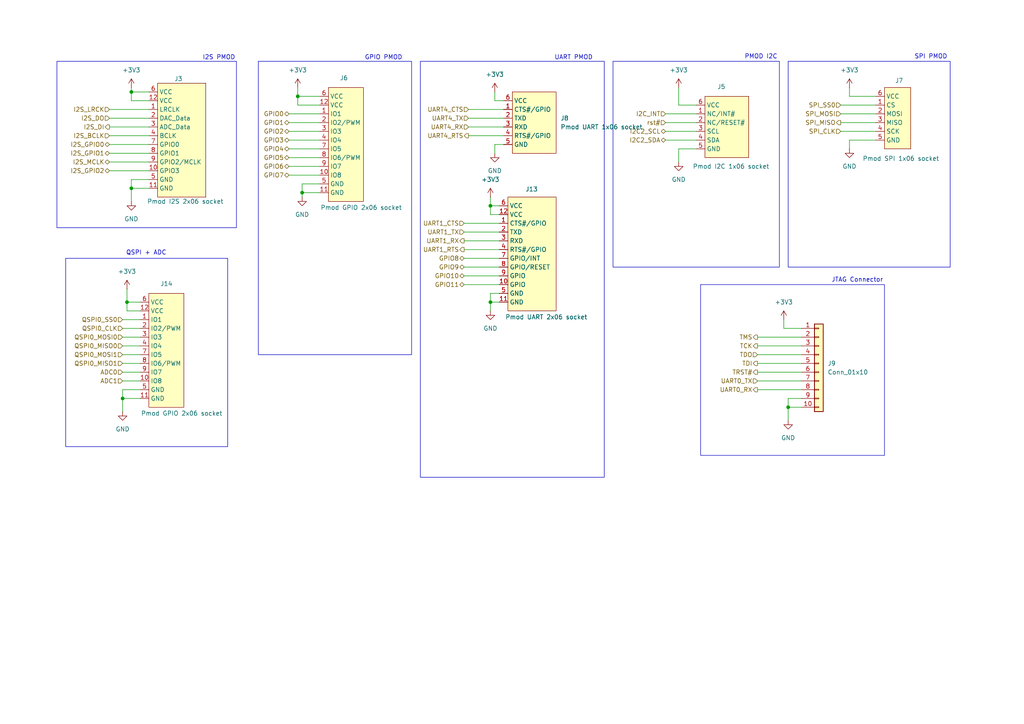
<source format=kicad_sch>
(kicad_sch (version 20250114) (generator "eeschema") (generator_version "9.0")
  (paper "A4")
  (lib_symbols
    (symbol "Connector_Generic:Conn_01x10" (pin_names (offset 1.016) (hide yes))
      (property "Reference" "J" (at 0 12.7 0))
      (property "Value" "Conn_01x10" (at 0 -15.24 0))
      (symbol "Conn_01x10_1_1"
        (rectangle (start -1.27 11.43) (end 1.27 -13.97) (stroke (width 0.254)) (fill (type background)))
        (rectangle (start -1.27 10.287) (end 0 10.033) (stroke (width 0.1524)))
        (rectangle (start -1.27 7.747) (end 0 7.493) (stroke (width 0.1524)))
        (rectangle (start -1.27 5.207) (end 0 4.953) (stroke (width 0.1524)))
        (rectangle (start -1.27 2.667) (end 0 2.413) (stroke (width 0.1524)))
        (rectangle (start -1.27 0.127) (end 0 -0.127) (stroke (width 0.1524)))
        (rectangle (start -1.27 -2.413) (end 0 -2.667) (stroke (width 0.1524)))
        (rectangle (start -1.27 -4.953) (end 0 -5.207) (stroke (width 0.1524)))
        (rectangle (start -1.27 -7.493) (end 0 -7.747) (stroke (width 0.1524)))
        (rectangle (start -1.27 -10.033) (end 0 -10.287) (stroke (width 0.1524)))
        (rectangle (start -1.27 -12.573) (end 0 -12.827) (stroke (width 0.1524)))
        (pin passive line (at -5.08 10.16 0) (length 3.81) (name "Pin_1") (number "1"))
        (pin passive line (at -5.08 7.62 0) (length 3.81) (name "Pin_2") (number "2"))
        (pin passive line (at -5.08 5.08 0) (length 3.81) (name "Pin_3") (number "3"))
        (pin passive line (at -5.08 2.54 0) (length 3.81) (name "Pin_4") (number "4"))
        (pin passive line (at -5.08 0 0) (length 3.81) (name "Pin_5") (number "5"))
        (pin passive line (at -5.08 -2.54 0) (length 3.81) (name "Pin_6") (number "6"))
        (pin passive line (at -5.08 -5.08 0) (length 3.81) (name "Pin_7") (number "7"))
        (pin passive line (at -5.08 -7.62 0) (length 3.81) (name "Pin_8") (number "8"))
        (pin passive line (at -5.08 -10.16 0) (length 3.81) (name "Pin_9") (number "9"))
        (pin passive line (at -5.08 -12.7 0) (length 3.81) (name "Pin_10") (number "10"))
      )
    )
    (symbol "cotti_pmod:pmod_gpio_2x06_socket"
      (property "Reference" "J" (at 1.016 1.27 0))
      (property "Value" "Pmod GPIO 2x06 socket" (at 4.064 -34.29 0))
      (symbol "pmod_gpio_2x06_socket_1_1"
        (rectangle (start 0 0) (end 10.16 -33.02) (fill (type background)))
        (pin power_in line (at -2.54 -2.54 0) (length 2.54) (name "VCC") (number "6"))
        (pin power_in line (at -2.54 -5.08 0) (length 2.54) (name "VCC") (number "12"))
        (pin bidirectional line (at -2.54 -7.62 0) (length 2.54) (name "IO1") (number "1"))
        (pin bidirectional line (at -2.54 -10.16 0) (length 2.54) (name "IO2/PWM") (number "2"))
        (pin bidirectional line (at -2.54 -12.7 0) (length 2.54) (name "IO3") (number "3"))
        (pin bidirectional line (at -2.54 -15.24 0) (length 2.54) (name "IO4") (number "4"))
        (pin bidirectional line (at -2.54 -17.78 0) (length 2.54) (name "IO5") (number "7"))
        (pin bidirectional line (at -2.54 -20.32 0) (length 2.54) (name "IO6/PWM") (number "8"))
        (pin bidirectional line (at -2.54 -22.86 0) (length 2.54) (name "IO7") (number "9"))
        (pin bidirectional line (at -2.54 -25.4 0) (length 2.54) (name "IO8") (number "10"))
        (pin power_in line (at -2.54 -27.94 0) (length 2.54) (name "GND") (number "5"))
        (pin power_in line (at -2.54 -30.48 0) (length 2.54) (name "GND") (number "11"))
      )
    )
    (symbol "cotti_pmod:pmod_i2c_1x06_socket"
      (property "Reference" "J" (at 1.016 1.524 0))
      (property "Value" "Pmod I2C 1x06 socket" (at 4.572 -19.304 0))
      (symbol "pmod_i2c_1x06_socket_1_1"
        (rectangle (start 0 0) (end 12.7 -17.78) (fill (type background)))
        (pin power_in line (at -2.54 -2.54 0) (length 2.54) (name "VCC") (number "6"))
        (pin output line (at -2.54 -5.08 0) (length 2.54) (name "NC/INT#") (number "1"))
        (pin input line (at -2.54 -7.62 0) (length 2.54) (name "NC/RESET#") (number "2"))
        (pin bidirectional line (at -2.54 -10.16 0) (length 2.54) (name "SCL") (number "3"))
        (pin bidirectional line (at -2.54 -12.7 0) (length 2.54) (name "SDA") (number "4"))
        (pin power_in line (at -2.54 -15.24 0) (length 2.54) (name "GND") (number "5"))
      )
    )
    (symbol "cotti_pmod:pmod_i2s_2x06_socket"
      (property "Reference" "J" (at 0.762 1.27 0))
      (property "Value" "Pmod I2S 2x06 socket" (at 6.858 -35.052 0))
      (symbol "pmod_i2s_2x06_socket_1_1"
        (rectangle (start 0 0) (end 13.97 -33.02) (fill (type background)))
        (pin power_in line (at -2.54 -2.54 0) (length 2.54) (name "VCC") (number "6"))
        (pin power_in line (at -2.54 -5.08 0) (length 2.54) (name "VCC") (number "12"))
        (pin input line (at -2.54 -7.62 0) (length 2.54) (name "LRCLK") (number "1"))
        (pin input line (at -2.54 -10.16 0) (length 2.54) (name "DAC_Data") (number "2"))
        (pin output line (at -2.54 -12.7 0) (length 2.54) (name "ADC_Data") (number "3"))
        (pin input line (at -2.54 -15.24 0) (length 2.54) (name "BCLK") (number "4"))
        (pin bidirectional line (at -2.54 -17.78 0) (length 2.54) (name "GPIO0") (number "7"))
        (pin bidirectional line (at -2.54 -20.32 0) (length 2.54) (name "GPIO1") (number "8"))
        (pin bidirectional line (at -2.54 -22.86 0) (length 2.54) (name "GPIO2/MCLK") (number "9"))
        (pin bidirectional line (at -2.54 -25.4 0) (length 2.54) (name "GPIO3") (number "10"))
        (pin power_in line (at -2.54 -27.94 0) (length 2.54) (name "GND") (number "5"))
        (pin power_in line (at -2.54 -30.48 0) (length 2.54) (name "GND") (number "11"))
      )
    )
    (symbol "cotti_pmod:pmod_spi_1x06_socket"
      (property "Reference" "J" (at 0.762 1.27 0))
      (property "Value" "Pmod SPI 1x06 socket" (at 3.81 -19.304 0))
      (symbol "pmod_spi_1x06_socket_1_1"
        (rectangle (start 0 0) (end 7.62 -17.78) (fill (type background)))
        (pin power_in line (at -2.54 -2.54 0) (length 2.54) (name "VCC") (number "6"))
        (pin input line (at -2.54 -5.08 0) (length 2.54) (name "CS") (number "1"))
        (pin input line (at -2.54 -7.62 0) (length 2.54) (name "MOSI") (number "2"))
        (pin output line (at -2.54 -10.16 0) (length 2.54) (name "MISO") (number "3"))
        (pin input line (at -2.54 -12.7 0) (length 2.54) (name "SCK") (number "4"))
        (pin power_in line (at -2.54 -15.24 0) (length 2.54) (name "GND") (number "5"))
      )
    )
    (symbol "cotti_pmod:pmod_uart_1x06_socket"
      (property "Reference" "J" (at 0.762 1.27 0))
      (property "Value" "Pmod UART 1x06 socket" (at 4.572 -19.558 0))
      (symbol "pmod_uart_1x06_socket_1_1"
        (rectangle (start 0 0) (end 12.7 -17.78) (fill (type background)))
        (pin power_in line (at -2.54 -2.54 0) (length 2.54) (name "VCC") (number "6"))
        (pin bidirectional line (at -2.54 -5.08 0) (length 2.54) (name "CTS#/GPIO") (number "1"))
        (pin input line (at -2.54 -7.62 0) (length 2.54) (name "TXD") (number "2"))
        (pin output line (at -2.54 -10.16 0) (length 2.54) (name "RXD") (number "3"))
        (pin bidirectional line (at -2.54 -12.7 0) (length 2.54) (name "RTS#/GPIO") (number "4"))
        (pin power_in line (at -2.54 -15.24 0) (length 2.54) (name "GND") (number "5"))
      )
    )
    (symbol "cotti_pmod:pmod_uart_2x06_socket"
      (property "Reference" "J" (at 0.762 1.27 0))
      (property "Value" "Pmod UART 2x06 socket" (at 5.334 -34.29 0))
      (symbol "pmod_uart_2x06_socket_1_1"
        (rectangle (start 0 0) (end 13.97 -33.02) (fill (type background)))
        (pin power_in line (at -2.54 -2.54 0) (length 2.54) (name "VCC") (number "6"))
        (pin power_in line (at -2.54 -5.08 0) (length 2.54) (name "VCC") (number "12"))
        (pin bidirectional line (at -2.54 -7.62 0) (length 2.54) (name "CTS#/GPIO") (number "1"))
        (pin input line (at -2.54 -10.16 0) (length 2.54) (name "TXD") (number "2"))
        (pin output line (at -2.54 -12.7 0) (length 2.54) (name "RXD") (number "3"))
        (pin bidirectional line (at -2.54 -15.24 0) (length 2.54) (name "RTS#/GPIO") (number "4"))
        (pin bidirectional line (at -2.54 -17.78 0) (length 2.54) (name "GPIO/INT") (number "7"))
        (pin bidirectional line (at -2.54 -20.32 0) (length 2.54) (name "GPIO/RESET") (number "8"))
        (pin bidirectional line (at -2.54 -22.86 0) (length 2.54) (name "GPIO") (number "9"))
        (pin bidirectional line (at -2.54 -25.4 0) (length 2.54) (name "GPIO") (number "10"))
        (pin power_in line (at -2.54 -27.94 0) (length 2.54) (name "GND") (number "5"))
        (pin power_in line (at -2.54 -30.48 0) (length 2.54) (name "GND") (number "11"))
      )
    )
    (symbol "power:+3V3" (power) (pin_numbers (hide yes)) (pin_names (offset 0) (hide yes))
      (property "Value" "+3V3" (at 0 3.556 0))
      (symbol "+3V3_0_1"
        (polyline (pts (xy -0.762 1.27) (xy 0 2.54)))
        (polyline (pts (xy 0 2.54) (xy 0.762 1.27)))
        (polyline (pts (xy 0 0) (xy 0 2.54)))
      )
      (symbol "+3V3_1_1"
        (pin power_in line (at 0 0 90) (length 0) (name "~") (number "1"))
      )
    )
    (symbol "power:GND" (power) (pin_numbers (hide yes)) (pin_names (offset 0) (hide yes))
      (property "Value" "GND" (at 0 -3.81 0))
      (symbol "GND_0_1"
        (polyline (pts (xy 0 0) (xy 0 -1.27) (xy 1.27 -1.27) (xy 0 -2.54) (xy -1.27 -1.27) (xy 0 -1.27)))
      )
      (symbol "GND_1_1"
        (pin power_in line (at 0 0 270) (length 0) (name "~") (number "1"))
      )
    )
  )
  (rectangle (start 16.51 17.78) (end 68.58 66.04))
  (rectangle (start 228.6 17.78) (end 275.59 77.47))
  (rectangle (start 74.93 17.78) (end 119.38 102.87))
  (rectangle (start 19.05 74.93) (end 66.04 129.54))
  (rectangle (start 203.2 82.55) (end 256.54 132.08))
  (rectangle (start 177.8 17.78) (end 226.06 77.47))
  (rectangle (start 121.92 17.78) (end 175.26 138.43))
  (text "SPI PMOD" (at 270.002 16.51 0) (effects (font (size 1.27 1.27))))
  (text "I2S PMOD" (at 63.5 16.764 0) (effects (font (size 1.27 1.27))))
  (text "JTAG Connector" (at 248.666 81.28 0) (effects (font (size 1.27 1.27))))
  (text "PMOD I2C" (at 220.726 16.51 0) (effects (font (size 1.27 1.27))))
  (text "GPIO PMOD" (at 111.252 16.764 0) (effects (font (size 1.27 1.27))))
  (text "QSPI + ADC" (at 42.418 73.406 0) (effects (font (size 1.27 1.27))))
  (text "UART PMOD" (at 166.37 16.764 0) (effects (font (size 1.27 1.27))))
  (junction (at 87.63 55.88))
  (junction (at 86.36 27.94))
  (junction (at 38.1 26.67))
  (junction (at 35.56 115.57))
  (junction (at 36.83 87.63))
  (junction (at 142.24 59.69))
  (junction (at 228.6 118.11))
  (junction (at 38.1 54.61))
  (junction (at 142.24 87.63))
  (wire (pts (xy 38.1 26.67) (xy 38.1 25.4)))
  (wire (pts (xy 232.41 95.25) (xy 227.33 95.25)))
  (wire (pts (xy 144.78 62.23) (xy 142.24 62.23)))
  (wire (pts (xy 83.82 50.8) (xy 92.71 50.8)))
  (wire (pts (xy 243.84 35.56) (xy 254 35.56)))
  (wire (pts (xy 43.18 54.61) (xy 38.1 54.61)))
  (wire (pts (xy 219.71 107.95) (xy 232.41 107.95)))
  (wire (pts (xy 36.83 83.82) (xy 36.83 87.63)))
  (wire (pts (xy 35.56 92.71) (xy 40.64 92.71)))
  (wire (pts (xy 142.24 85.09) (xy 142.24 87.63)))
  (wire (pts (xy 35.56 107.95) (xy 40.64 107.95)))
  (wire (pts (xy 146.05 29.21) (xy 143.51 29.21)))
  (wire (pts (xy 31.75 34.29) (xy 43.18 34.29)))
  (wire (pts (xy 219.71 97.79) (xy 232.41 97.79)))
  (wire (pts (xy 36.83 90.17) (xy 36.83 87.63)))
  (wire (pts (xy 254 27.94) (xy 246.38 27.94)))
  (wire (pts (xy 35.56 115.57) (xy 35.56 119.38)))
  (wire (pts (xy 134.62 77.47) (xy 144.78 77.47)))
  (wire (pts (xy 134.62 80.01) (xy 144.78 80.01)))
  (wire (pts (xy 31.75 49.53) (xy 43.18 49.53)))
  (wire (pts (xy 146.05 41.91) (xy 143.51 41.91)))
  (wire (pts (xy 134.62 82.55) (xy 144.78 82.55)))
  (wire (pts (xy 38.1 54.61) (xy 38.1 58.42)))
  (wire (pts (xy 83.82 38.1) (xy 92.71 38.1)))
  (wire (pts (xy 228.6 115.57) (xy 228.6 118.11)))
  (wire (pts (xy 134.62 72.39) (xy 144.78 72.39)))
  (wire (pts (xy 83.82 45.72) (xy 92.71 45.72)))
  (wire (pts (xy 87.63 55.88) (xy 87.63 57.15)))
  (wire (pts (xy 228.6 118.11) (xy 228.6 121.92)))
  (wire (pts (xy 35.56 113.03) (xy 35.56 115.57)))
  (wire (pts (xy 243.84 33.02) (xy 254 33.02)))
  (wire (pts (xy 43.18 29.21) (xy 38.1 29.21)))
  (wire (pts (xy 219.71 113.03) (xy 232.41 113.03)))
  (wire (pts (xy 31.75 36.83) (xy 43.18 36.83)))
  (wire (pts (xy 232.41 115.57) (xy 228.6 115.57)))
  (wire (pts (xy 35.56 105.41) (xy 40.64 105.41)))
  (wire (pts (xy 35.56 95.25) (xy 40.64 95.25)))
  (wire (pts (xy 83.82 35.56) (xy 92.71 35.56)))
  (wire (pts (xy 134.62 67.31) (xy 144.78 67.31)))
  (wire (pts (xy 193.04 35.56) (xy 201.93 35.56)))
  (wire (pts (xy 40.64 90.17) (xy 36.83 90.17)))
  (wire (pts (xy 193.04 40.64) (xy 201.93 40.64)))
  (wire (pts (xy 31.75 41.91) (xy 43.18 41.91)))
  (wire (pts (xy 92.71 27.94) (xy 86.36 27.94)))
  (wire (pts (xy 142.24 59.69) (xy 144.78 59.69)))
  (wire (pts (xy 246.38 40.64) (xy 246.38 43.18)))
  (wire (pts (xy 31.75 46.99) (xy 43.18 46.99)))
  (wire (pts (xy 142.24 59.69) (xy 142.24 62.23)))
  (wire (pts (xy 219.71 110.49) (xy 232.41 110.49)))
  (wire (pts (xy 86.36 30.48) (xy 86.36 27.94)))
  (wire (pts (xy 219.71 100.33) (xy 232.41 100.33)))
  (wire (pts (xy 201.93 30.48) (xy 196.85 30.48)))
  (wire (pts (xy 38.1 29.21) (xy 38.1 26.67)))
  (wire (pts (xy 246.38 25.4) (xy 246.38 27.94)))
  (wire (pts (xy 40.64 87.63) (xy 36.83 87.63)))
  (wire (pts (xy 193.04 38.1) (xy 201.93 38.1)))
  (wire (pts (xy 35.56 102.87) (xy 40.64 102.87)))
  (wire (pts (xy 83.82 43.18) (xy 92.71 43.18)))
  (wire (pts (xy 201.93 43.18) (xy 196.85 43.18)))
  (wire (pts (xy 196.85 25.4) (xy 196.85 30.48)))
  (wire (pts (xy 38.1 52.07) (xy 38.1 54.61)))
  (wire (pts (xy 142.24 87.63) (xy 142.24 90.17)))
  (wire (pts (xy 87.63 53.34) (xy 87.63 55.88)))
  (wire (pts (xy 31.75 31.75) (xy 43.18 31.75)))
  (wire (pts (xy 196.85 43.18) (xy 196.85 46.99)))
  (wire (pts (xy 144.78 87.63) (xy 142.24 87.63)))
  (wire (pts (xy 144.78 85.09) (xy 142.24 85.09)))
  (wire (pts (xy 135.89 39.37) (xy 146.05 39.37)))
  (wire (pts (xy 40.64 115.57) (xy 35.56 115.57)))
  (wire (pts (xy 35.56 100.33) (xy 40.64 100.33)))
  (wire (pts (xy 83.82 40.64) (xy 92.71 40.64)))
  (wire (pts (xy 254 40.64) (xy 246.38 40.64)))
  (wire (pts (xy 92.71 30.48) (xy 86.36 30.48)))
  (wire (pts (xy 227.33 92.71) (xy 227.33 95.25)))
  (wire (pts (xy 142.24 57.15) (xy 142.24 59.69)))
  (wire (pts (xy 143.51 41.91) (xy 143.51 44.45)))
  (wire (pts (xy 83.82 33.02) (xy 92.71 33.02)))
  (wire (pts (xy 135.89 31.75) (xy 146.05 31.75)))
  (wire (pts (xy 135.89 34.29) (xy 146.05 34.29)))
  (wire (pts (xy 134.62 74.93) (xy 144.78 74.93)))
  (wire (pts (xy 31.75 39.37) (xy 43.18 39.37)))
  (wire (pts (xy 92.71 55.88) (xy 87.63 55.88)))
  (wire (pts (xy 243.84 38.1) (xy 254 38.1)))
  (wire (pts (xy 35.56 110.49) (xy 40.64 110.49)))
  (wire (pts (xy 83.82 48.26) (xy 92.71 48.26)))
  (wire (pts (xy 193.04 33.02) (xy 201.93 33.02)))
  (wire (pts (xy 40.64 113.03) (xy 35.56 113.03)))
  (wire (pts (xy 143.51 26.67) (xy 143.51 29.21)))
  (wire (pts (xy 219.71 105.41) (xy 232.41 105.41)))
  (wire (pts (xy 86.36 27.94) (xy 86.36 25.4)))
  (wire (pts (xy 135.89 36.83) (xy 146.05 36.83)))
  (wire (pts (xy 35.56 97.79) (xy 40.64 97.79)))
  (wire (pts (xy 43.18 26.67) (xy 38.1 26.67)))
  (wire (pts (xy 243.84 30.48) (xy 254 30.48)))
  (wire (pts (xy 219.71 102.87) (xy 232.41 102.87)))
  (wire (pts (xy 134.62 69.85) (xy 144.78 69.85)))
  (wire (pts (xy 43.18 52.07) (xy 38.1 52.07)))
  (wire (pts (xy 31.75 44.45) (xy 43.18 44.45)))
  (wire (pts (xy 228.6 118.11) (xy 232.41 118.11)))
  (wire (pts (xy 134.62 64.77) (xy 144.78 64.77)))
  (wire (pts (xy 92.71 53.34) (xy 87.63 53.34)))
  (hierarchical_label "I2S_GPIO0" (shape bidirectional) (at 31.75 41.91 180))
  (hierarchical_label "GPIO11" (shape bidirectional) (at 134.62 82.55 180))
  (hierarchical_label "SPI_SS0" (shape input) (at 243.84 30.48 180))
  (hierarchical_label "I2S_BCLK" (shape input) (at 31.75 39.37 180))
  (hierarchical_label "QSPI0_MOSI1" (shape input) (at 35.56 102.87 180))
  (hierarchical_label "QSPI0_MISO1" (shape input) (at 35.56 105.41 180))
  (hierarchical_label "SPI_MISO" (shape output) (at 243.84 35.56 180))
  (hierarchical_label "UART0_TX" (shape input) (at 219.71 110.49 180))
  (hierarchical_label "QSPI0_CLK" (shape input) (at 35.56 95.25 180))
  (hierarchical_label "TDI" (shape output) (at 219.71 105.41 180))
  (hierarchical_label "SPI_MOSI" (shape input) (at 243.84 33.02 180))
  (hierarchical_label "GPIO3" (shape bidirectional) (at 83.82 40.64 180))
  (hierarchical_label "SPI_CLK" (shape input) (at 243.84 38.1 180))
  (hierarchical_label "GPIO10" (shape bidirectional) (at 134.62 80.01 180))
  (hierarchical_label "GPIO0" (shape bidirectional) (at 83.82 33.02 180))
  (hierarchical_label "GPIO6" (shape bidirectional) (at 83.82 48.26 180))
  (hierarchical_label "GPIO1" (shape bidirectional) (at 83.82 35.56 180))
  (hierarchical_label "GPIO5" (shape bidirectional) (at 83.82 45.72 180))
  (hierarchical_label "I2S_DO" (shape input) (at 31.75 34.29 180))
  (hierarchical_label "TCK" (shape output) (at 219.71 100.33 180))
  (hierarchical_label "rst#" (shape input) (at 193.04 35.56 180))
  (hierarchical_label "I2C_INT" (shape input) (at 193.04 33.02 180))
  (hierarchical_label "UART1_RX" (shape output) (at 134.62 69.85 180))
  (hierarchical_label "I2C2_SDA" (shape bidirectional) (at 193.04 40.64 180))
  (hierarchical_label "I2S_MCLK" (shape bidirectional) (at 31.75 46.99 180))
  (hierarchical_label "I2S_LRCK" (shape input) (at 31.75 31.75 180))
  (hierarchical_label "GPIO4" (shape bidirectional) (at 83.82 43.18 180))
  (hierarchical_label "QSPI0_MISO0" (shape input) (at 35.56 100.33 180))
  (hierarchical_label "GPIO8" (shape bidirectional) (at 134.62 74.93 180))
  (hierarchical_label "TDO" (shape input) (at 219.71 102.87 180))
  (hierarchical_label "I2C2_SCL" (shape bidirectional) (at 193.04 38.1 180))
  (hierarchical_label "UART1_TX" (shape input) (at 134.62 67.31 180))
  (hierarchical_label "I2S_DI" (shape output) (at 31.75 36.83 180))
  (hierarchical_label "UART4_RX" (shape input) (at 135.89 36.83 180))
  (hierarchical_label "UART0_RX" (shape output) (at 219.71 113.03 180))
  (hierarchical_label "I2S_GPIO1" (shape bidirectional) (at 31.75 44.45 180))
  (hierarchical_label "UART4_RTS" (shape output) (at 135.89 39.37 180))
  (hierarchical_label "GPIO2" (shape bidirectional) (at 83.82 38.1 180))
  (hierarchical_label "QSPI0_MOSI0" (shape input) (at 35.56 97.79 180))
  (hierarchical_label "TMS" (shape output) (at 219.71 97.79 180))
  (hierarchical_label "UART4_TX" (shape input) (at 135.89 34.29 180))
  (hierarchical_label "I2S_GPIO2" (shape bidirectional) (at 31.75 49.53 180))
  (hierarchical_label "ADC1" (shape input) (at 35.56 110.49 180))
  (hierarchical_label "ADC0" (shape input) (at 35.56 107.95 180))
  (hierarchical_label "UART4_CTS" (shape input) (at 135.89 31.75 180))
  (hierarchical_label "QSPI0_SS0" (shape input) (at 35.56 92.71 180))
  (hierarchical_label "GPIO7" (shape bidirectional) (at 83.82 50.8 180))
  (hierarchical_label "GPIO9" (shape bidirectional) (at 134.62 77.47 180))
  (hierarchical_label "UART1_RTS" (shape output) (at 134.62 72.39 180))
  (hierarchical_label "UART1_CTS" (shape input) (at 134.62 64.77 180))
  (hierarchical_label "TRST#" (shape output) (at 219.71 107.95 180))
  (symbol (lib_id "power:+3V3") (at 246.38 25.4 0) (unit 1)
    (property "Reference" "#PWR097" (effects (hide yes)))
    (property "Value" "+3V3" (at 246.38 20.32 0))
    (property "Description" "Power symbol creates a global label with name \"+3V3\"" (effects (hide yes)))
  )
  (symbol (lib_id "power:+3V3") (at 143.51 26.67 0) (unit 1)
    (property "Reference" "#PWR068" (effects (hide yes)))
    (property "Value" "+3V3" (at 143.51 21.59 0))
    (property "Description" "Power symbol creates a global label with name \"+3V3\"" (effects (hide yes)))
  )
  (symbol (lib_id "power:GND") (at 35.56 119.38 0) (unit 1)
    (property "Reference" "#PWR0150" (effects (hide yes)))
    (property "Value" "GND" (at 35.56 124.46 0))
    (property "Description" "Power symbol creates a global label with name \"GND\" , ground" (effects (hide yes)))
  )
  (symbol (lib_id "power:+3V3") (at 36.83 83.82 0) (unit 1)
    (property "Reference" "#PWR0149" (effects (hide yes)))
    (property "Value" "+3V3" (at 36.83 78.74 0))
    (property "Description" "Power symbol creates a global label with name \"+3V3\"" (effects (hide yes)))
  )
  (symbol (lib_id "cotti_pmod:pmod_spi_1x06_socket") (at 256.54 25.4 0) (unit 1)
    (property "Reference" "J7" (at 259.588 23.368 0) (effects (justify left)))
    (property "Value" "Pmod SPI 1x06 socket" (at 250.19 45.974 0) (effects (justify left)))
    (property "Footprint" "cotti_footprints:Pmod_1x06_socket" (effects (hide yes)))
    (property "Datasheet" "https://www.we-online.com/components/products/datasheet/613006143121.pdf" (effects (hide yes)))
    (property "Description" "6 Position Receptacle Connector 0.100\" (2.54mm) Through Hole, Right Angle Gold" (effects (hide yes)))
    (property "Digikey" "https://www.digikey.com/en/products/detail/w%C3%BCrth-elektronik/613006143121/16608543" (effects (hide yes)))
    (property "Mfr." "Würth Elektronik" (effects (hide yes)))
    (property "Mfr. P/N" "613006143121" (effects (hide yes)))
  )
  (symbol (lib_id "power:GND") (at 87.63 57.15 0) (unit 1)
    (property "Reference" "#PWR099" (effects (hide yes)))
    (property "Value" "GND" (at 87.63 62.23 0))
    (property "Description" "Power symbol creates a global label with name \"GND\" , ground" (effects (hide yes)))
  )
  (symbol (lib_id "power:GND") (at 142.24 90.17 0) (unit 1)
    (property "Reference" "#PWR095" (effects (hide yes)))
    (property "Value" "GND" (at 142.24 95.25 0))
    (property "Description" "Power symbol creates a global label with name \"GND\" , ground" (effects (hide yes)))
  )
  (symbol (lib_id "power:+3V3") (at 196.85 25.4 0) (unit 1)
    (property "Reference" "#PWR0103" (effects (hide yes)))
    (property "Value" "+3V3" (at 196.85 20.32 0))
    (property "Description" "Power symbol creates a global label with name \"+3V3\"" (effects (hide yes)))
  )
  (symbol (lib_id "cotti_pmod:pmod_i2c_1x06_socket") (at 204.47 27.94 0) (unit 1)
    (property "Reference" "J5" (at 208.026 25.146 0) (effects (justify left)))
    (property "Value" "Pmod I2C 1x06 socket" (at 200.914 48.26 0) (effects (justify left)))
    (property "Footprint" "cotti_footprints:Pmod_1x06_socket" (effects (hide yes)))
    (property "Datasheet" "https://www.we-online.com/components/products/datasheet/613006143121.pdf" (effects (hide yes)))
    (property "Description" "6 Position Receptacle Connector 0.100\" (2.54mm) Through Hole, Right Angle Gold" (effects (hide yes)))
    (property "Digikey" "https://www.digikey.com/en/products/detail/w%C3%BCrth-elektronik/613006143121/16608543" (effects (hide yes)))
    (property "Mfr." "Würth Elektronik" (effects (hide yes)))
    (property "Mfr. P/N" "613006143121" (effects (hide yes)))
  )
  (symbol (lib_id "Connector_Generic:Conn_01x10") (at 237.49 105.41 0) (unit 1)
    (property "Reference" "J9" (at 240.03 105.4099 0) (effects (justify left)))
    (property "Value" "Conn_01x10" (at 240.03 107.9499 0) (effects (justify left)))
    (property "Footprint" "Connector_PinHeader_2.54mm:PinHeader_1x10_P2.54mm_Vertical" (effects (hide yes)))
    (property "Description" "Generic connector, single row, 01x10, script generated (kicad-library-utils/schlib/autogen/connector/)" (effects (hide yes)))
  )
  (symbol (lib_id "cotti_pmod:pmod_uart_1x06_socket") (at 148.59 26.67 0) (unit 1)
    (property "Reference" "J8" (at 162.56 34.2899 0) (effects (justify left)))
    (property "Value" "Pmod UART 1x06 socket" (at 162.56 36.8299 0) (effects (justify left)))
    (property "Footprint" "cotti_footprints:Pmod_1x06_socket" (effects (hide yes)))
    (property "Datasheet" "https://www.we-online.com/components/products/datasheet/613006143121.pdf" (effects (hide yes)))
    (property "Description" "6 Position Receptacle Connector 0.100\" (2.54mm) Through Hole, Right Angle Gold" (effects (hide yes)))
    (property "Digikey" "https://www.digikey.com/en/products/detail/w%C3%BCrth-elektronik/613006143121/16608543" (effects (hide yes)))
    (property "Mfr." "Würth Elektronik" (effects (hide yes)))
    (property "Mfr. P/N" "613006143121" (effects (hide yes)))
  )
  (symbol (lib_id "power:GND") (at 228.6 121.92 0) (unit 1)
    (property "Reference" "#PWR066" (effects (hide yes)))
    (property "Value" "GND" (at 228.6 127 0))
    (property "Description" "Power symbol creates a global label with name \"GND\" , ground" (effects (hide yes)))
  )
  (symbol (lib_id "cotti_pmod:pmod_gpio_2x06_socket") (at 95.25 25.4 0) (unit 1)
    (property "Reference" "J6" (at 98.552 22.606 0) (effects (justify left)))
    (property "Value" "Pmod GPIO 2x06 socket" (at 92.964 60.198 0) (effects (justify left)))
    (property "Footprint" "cotti_footprints:Pmod_2x06_socket" (effects (hide yes)))
    (property "Datasheet" "https://www.we-online.com/components/products/datasheet/613012243121.pdf" (effects (hide yes)))
    (property "Description" "12 Position Receptacle Connector 0.100\" (2.54mm) Through Hole, Right Angle Gold" (effects (hide yes)))
    (property "Digikey" "https://www.digikey.com/en/products/detail/w%C3%BCrth-elektronik/613012243121/16608604" (effects (hide yes)))
    (property "Mfr." "Würth Elektronik" (effects (hide yes)))
    (property "Mfr. P/N" "613012243121" (effects (hide yes)))
  )
  (symbol (lib_id "cotti_pmod:pmod_gpio_2x06_socket") (at 43.18 85.09 0) (unit 1)
    (property "Reference" "J14" (at 46.482 82.296 0) (effects (justify left)))
    (property "Value" "Pmod GPIO 2x06 socket" (at 40.894 119.888 0) (effects (justify left)))
    (property "Footprint" "cotti_footprints:Pmod_2x06_socket" (effects (hide yes)))
    (property "Datasheet" "https://www.we-online.com/components/products/datasheet/613012243121.pdf" (effects (hide yes)))
    (property "Description" "12 Position Receptacle Connector 0.100\" (2.54mm) Through Hole, Right Angle Gold" (effects (hide yes)))
    (property "Digikey" "https://www.digikey.com/en/products/detail/w%C3%BCrth-elektronik/613012243121/16608604" (effects (hide yes)))
    (property "Mfr." "Würth Elektronik" (effects (hide yes)))
    (property "Mfr. P/N" "613012243121" (effects (hide yes)))
  )
  (symbol (lib_id "power:+3V3") (at 38.1 25.4 0) (unit 1)
    (property "Reference" "#PWR0102" (effects (hide yes)))
    (property "Value" "+3V3" (at 38.1 20.32 0))
    (property "Description" "Power symbol creates a global label with name \"+3V3\"" (effects (hide yes)))
  )
  (symbol (lib_id "power:GND") (at 143.51 44.45 0) (unit 1)
    (property "Reference" "#PWR069" (effects (hide yes)))
    (property "Value" "GND" (at 143.51 49.53 0))
    (property "Description" "Power symbol creates a global label with name \"GND\" , ground" (effects (hide yes)))
  )
  (symbol (lib_id "power:GND") (at 246.38 43.18 0) (unit 1)
    (property "Reference" "#PWR098" (effects (hide yes)))
    (property "Value" "GND" (at 246.38 48.26 0))
    (property "Description" "Power symbol creates a global label with name \"GND\" , ground" (effects (hide yes)))
  )
  (symbol (lib_id "cotti_pmod:pmod_i2s_2x06_socket") (at 45.72 24.13 0) (unit 1)
    (property "Reference" "J3" (at 50.546 22.86 0) (effects (justify left)))
    (property "Value" "Pmod I2S 2x06 socket" (at 42.672 58.42 0) (effects (justify left)))
    (property "Footprint" "cotti_footprints:Pmod_2x06_socket" (effects (hide yes)))
    (property "Datasheet" "https://app.adam-tech.com/products/download/data_sheet/200508/ph2ra-xx-ua-data-sheet.pdf" (effects (hide yes)))
    (property "Description" "Connector Header Through Hole, Right Angle 12 position 0.100\" (2.54mm)" (effects (hide yes)))
    (property "Digikey" "https://www.digikey.com/en/products/detail/adam-tech/PH2RA-12-UA/9830569" (effects (hide yes)))
    (property "Mfr." "Adam Tech" (effects (hide yes)))
    (property "Mfr. P/N" "PH2RA-12-UA" (effects (hide yes)))
  )
  (symbol (lib_id "cotti_pmod:pmod_uart_2x06_socket") (at 147.32 57.15 0) (unit 1)
    (property "Reference" "J13" (at 152.4 54.864 0) (effects (justify left)))
    (property "Value" "Pmod UART 2x06 socket" (at 146.558 91.948 0) (effects (justify left)))
    (property "Footprint" "cotti_footprints:Pmod_2x06_socket" (effects (hide yes)))
    (property "Datasheet" "https://www.we-online.com/components/products/datasheet/613012243121.pdf" (effects (hide yes)))
    (property "Description" "12 Position Receptacle Connector 0.100\" (2.54mm) Through Hole, Right Angle Gold" (effects (hide yes)))
    (property "Digikey" "https://www.digikey.com/en/products/detail/w%C3%BCrth-elektronik/613012243121/16608604" (effects (hide yes)))
    (property "Mfr." "Würth Elektronik" (effects (hide yes)))
    (property "Mfr. P/N" "613012243121" (effects (hide yes)))
  )
  (symbol (lib_id "power:+3V3") (at 142.24 57.15 0) (unit 1)
    (property "Reference" "#PWR096" (effects (hide yes)))
    (property "Value" "+3V3" (at 142.24 52.07 0))
    (property "Description" "Power symbol creates a global label with name \"+3V3\"" (effects (hide yes)))
  )
  (symbol (lib_id "power:GND") (at 38.1 58.42 0) (unit 1)
    (property "Reference" "#PWR0101" (effects (hide yes)))
    (property "Value" "GND" (at 38.1 63.5 0))
    (property "Description" "Power symbol creates a global label with name \"GND\" , ground" (effects (hide yes)))
  )
  (symbol (lib_id "power:GND") (at 196.85 46.99 0) (unit 1)
    (property "Reference" "#PWR0104" (effects (hide yes)))
    (property "Value" "GND" (at 196.85 52.07 0))
    (property "Description" "Power symbol creates a global label with name \"GND\" , ground" (effects (hide yes)))
  )
  (symbol (lib_id "power:+3V3") (at 227.33 92.71 0) (unit 1)
    (property "Reference" "#PWR067" (effects (hide yes)))
    (property "Value" "+3V3" (at 227.33 87.63 0))
    (property "Description" "Power symbol creates a global label with name \"+3V3\"" (effects (hide yes)))
  )
  (symbol (lib_id "power:+3V3") (at 86.36 25.4 0) (unit 1)
    (property "Reference" "#PWR0100" (effects (hide yes)))
    (property "Value" "+3V3" (at 86.36 20.32 0))
    (property "Description" "Power symbol creates a global label with name \"+3V3\"" (effects (hide yes)))
  )
)
</source>
